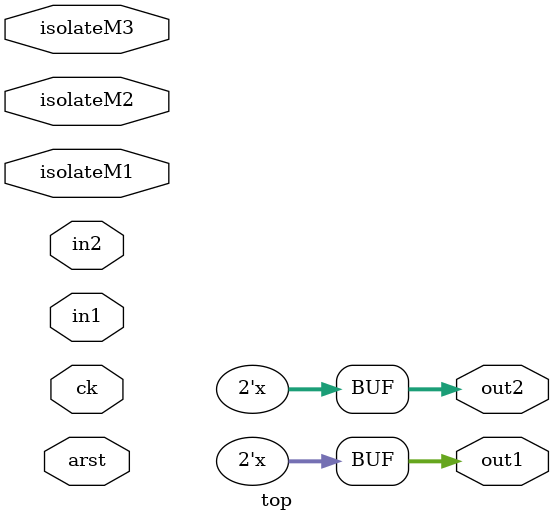
<source format=sv>

module top #(
	parameter BIT_WIDTH = 2)(
        input  logic			ck,
        input  logic			arst,
        input  logic	[BIT_WIDTH-1:0]	in1,
        input  logic	[BIT_WIDTH-1:0]	in2,
        input  logic			isolateM1,
        input  logic			isolateM2,
        input  logic			isolateM3,

        output logic	[BIT_WIDTH-1:0]	out1,
        output logic	[BIT_WIDTH-1:0]	out2
        );

        /* Interface instantiation */
        in_TimingEngine #(.BIT_WIDTH(BIT_WIDTH)) uin_TimingEngine ();

	genvar ii;
	generate
		for (ii = 0; ii<BIT_WIDTH; ii++) 
		begin : la_top
        		/* Assign inputs  */
        		assign uin_TimingEngine.pllSettled[ii]   = in1[ii];
        		assign uin_TimingEngine.tArstFs[ii] = in2[ii];
			/* Assign outputs */
			assign out1[ii] = uin_TimingEngine.radioEnable[ii];
		        assign out2[ii] = uin_TimingEngine.radioRxEn[ii];
		end : la_top
	endgenerate

        /* Module instantiation */
        m1 u_m1 (.ck                    (ck),
                 .arst                  (arst),
                 .uin_TimingEngineS1    (uin_TimingEngine.Stage1));
        m2 u_m2 (.ck            	(ck),
                 .arst          	(arst),
		 .isolateM1		(isolateM1),
                 .uin_TimingEngineS2    (uin_TimingEngine.Stage2));
	/*m3 u_m3 (.ck            	(ck),
                 .arst          	(arst),
                 .uin_TimingEngineS3    (uin_TimingEngine.Stage3));*/

endmodule

</source>
